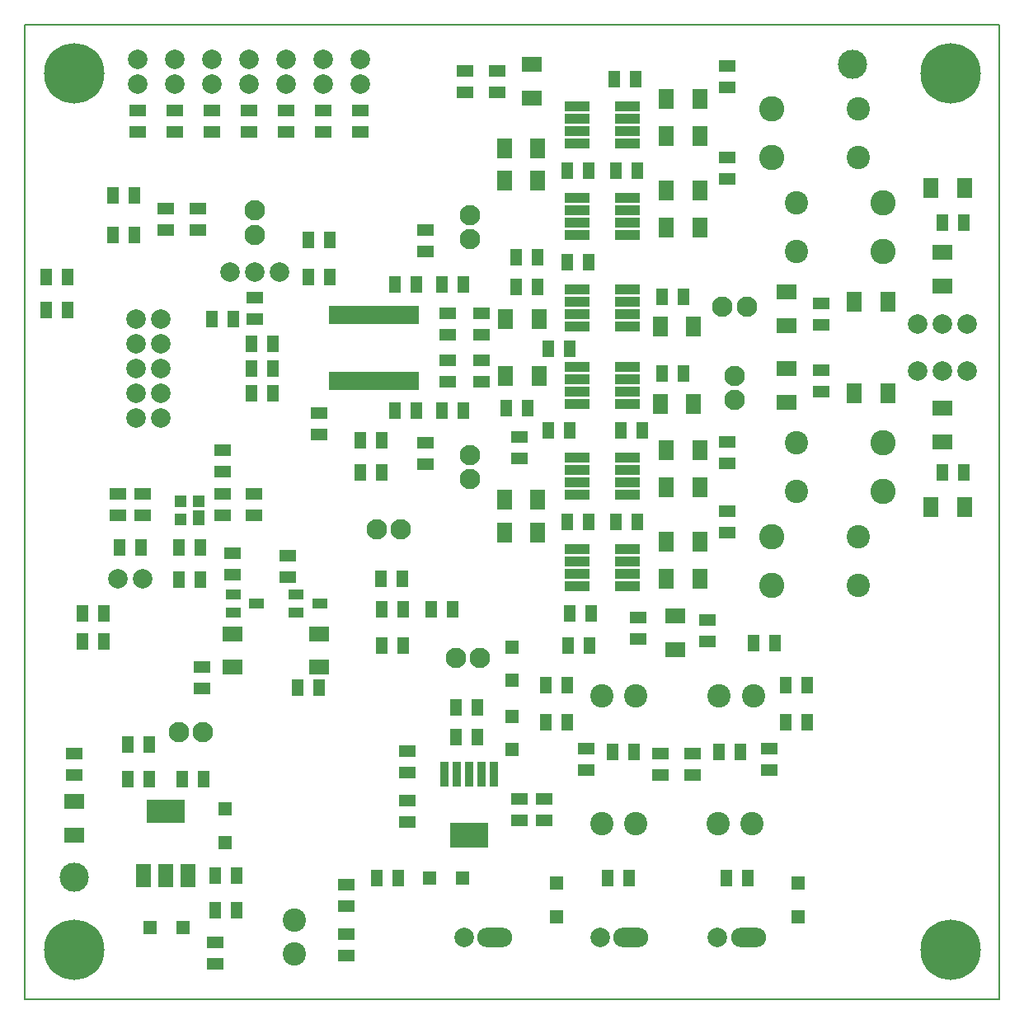
<source format=gts>
G04 #@! TF.FileFunction,Soldermask,Top*
%FSLAX46Y46*%
G04 Gerber Fmt 4.6, Leading zero omitted, Abs format (unit mm)*
G04 Created by KiCad (PCBNEW 4.0.2-stable) date 01/07/2016 11:06:50*
%MOMM*%
G01*
G04 APERTURE LIST*
%ADD10C,0.100000*%
%ADD11C,0.150000*%
%ADD12R,1.500000X2.100000*%
%ADD13C,2.400000*%
%ADD14R,1.700000X1.300000*%
%ADD15R,1.300000X1.700000*%
%ADD16C,2.100000*%
%ADD17R,1.400000X1.400000*%
%ADD18R,2.100000X1.500000*%
%ADD19C,2.000000*%
%ADD20O,3.600000X2.000000*%
%ADD21R,1.600000X1.050000*%
%ADD22R,4.000000X2.600000*%
%ADD23R,0.950000X2.550000*%
%ADD24R,1.300000X1.600000*%
%ADD25R,1.300000X1.200000*%
%ADD26R,0.850000X1.900000*%
%ADD27C,6.200000*%
%ADD28C,3.000000*%
%ADD29R,4.000000X2.400000*%
%ADD30R,1.600000X2.400000*%
%ADD31C,2.600000*%
%ADD32R,2.600000X1.000000*%
G04 APERTURE END LIST*
D10*
D11*
X100000000Y0D02*
X100000000Y100000000D01*
X100000000Y0D02*
X0Y0D01*
X0Y100000000D02*
X100000000Y100000000D01*
X0Y0D02*
X0Y100000000D01*
D12*
X52754000Y69850000D03*
X49354000Y69850000D03*
D13*
X59210000Y18034000D03*
X62710000Y18034000D03*
X71148000Y18034000D03*
X74648000Y18034000D03*
D14*
X33020000Y11768000D03*
X33020000Y9568000D03*
D15*
X59860000Y12446000D03*
X62060000Y12446000D03*
X72052000Y12446000D03*
X74252000Y12446000D03*
D13*
X27685000Y8099500D03*
X27685000Y4599500D03*
D14*
X19557000Y5841500D03*
X19557000Y3641500D03*
D15*
X60368000Y25400000D03*
X62568000Y25400000D03*
X71290000Y25400000D03*
X73490000Y25400000D03*
X19557000Y9143500D03*
X21757000Y9143500D03*
D13*
X59210000Y31115000D03*
X62710000Y31115000D03*
D15*
X19557000Y12699500D03*
X21757000Y12699500D03*
D13*
X71275000Y31115000D03*
X74775000Y31115000D03*
D15*
X57996000Y36322000D03*
X55796000Y36322000D03*
X77046000Y36576000D03*
X74846000Y36576000D03*
X55710000Y32258000D03*
X53510000Y32258000D03*
X80348000Y32258000D03*
X78148000Y32258000D03*
X55710000Y28448000D03*
X53510000Y28448000D03*
X80348000Y28448000D03*
X78148000Y28448000D03*
D14*
X53340000Y20531000D03*
X53340000Y18331000D03*
X50800000Y20531000D03*
X50800000Y18331000D03*
D15*
X12783000Y26145500D03*
X10583000Y26145500D03*
X12783000Y22605500D03*
X10583000Y22605500D03*
X16171000Y22605500D03*
X18371000Y22605500D03*
D16*
X44216000Y35052000D03*
X46716000Y35052000D03*
D15*
X44282000Y29972000D03*
X46482000Y29972000D03*
X44282000Y26860000D03*
X46482000Y26860000D03*
X11260000Y82550000D03*
X9060000Y82550000D03*
D16*
X23622000Y78486000D03*
X23622000Y80986000D03*
D14*
X17780000Y78994000D03*
X17780000Y81194000D03*
D15*
X41699000Y40005000D03*
X43899000Y40005000D03*
D16*
X36088000Y48260000D03*
X38588000Y48260000D03*
D15*
X36576000Y43180000D03*
X38776000Y43180000D03*
D16*
X45720000Y77998000D03*
X45720000Y80498000D03*
D14*
X41148000Y76748000D03*
X41148000Y78948000D03*
D15*
X42842000Y73406000D03*
X45042000Y73406000D03*
X15791000Y43053000D03*
X17991000Y43053000D03*
X15791000Y46355000D03*
X17991000Y46355000D03*
D14*
X12065000Y51900000D03*
X12065000Y49700000D03*
D15*
X42842000Y60452000D03*
X45042000Y60452000D03*
D14*
X20320000Y51900000D03*
X20320000Y49700000D03*
X41148000Y57150000D03*
X41148000Y54950000D03*
D15*
X9695000Y46355000D03*
X11895000Y46355000D03*
D16*
X45720000Y55860000D03*
X45720000Y53360000D03*
D14*
X30225000Y60155000D03*
X30225000Y57955000D03*
D17*
X16255000Y7365500D03*
X12855000Y7365500D03*
X50037000Y25604500D03*
X50037000Y29004500D03*
X20573000Y19479500D03*
X20573000Y16079500D03*
X50038000Y32717000D03*
X50038000Y36117000D03*
D18*
X21285200Y34063200D03*
X21285200Y37463200D03*
X30175200Y34063200D03*
X30175200Y37463200D03*
D15*
X38354000Y12446000D03*
X36154000Y12446000D03*
D14*
X57658000Y23538000D03*
X57658000Y25738000D03*
X76454000Y23538000D03*
X76454000Y25738000D03*
D15*
X9060000Y78486000D03*
X11260000Y78486000D03*
X38819000Y36322000D03*
X36619000Y36322000D03*
D19*
X59055000Y6350000D03*
D20*
X62230000Y6350000D03*
D19*
X71120000Y6350000D03*
D20*
X74295000Y6350000D03*
D19*
X45085000Y6350000D03*
D20*
X48260000Y6350000D03*
D14*
X33020000Y6688000D03*
X33020000Y4488000D03*
X65278000Y25230000D03*
X65278000Y23030000D03*
X68580000Y23030000D03*
X68580000Y25230000D03*
X39243000Y20404000D03*
X39243000Y18204000D03*
X39243000Y25484000D03*
X39243000Y23284000D03*
X34417000Y89070000D03*
X34417000Y91270000D03*
X14478000Y78994000D03*
X14478000Y81194000D03*
X30607000Y89070000D03*
X30607000Y91270000D03*
X26797000Y89070000D03*
X26797000Y91270000D03*
X22987000Y89070000D03*
X22987000Y91270000D03*
X19177000Y89070000D03*
X19177000Y91270000D03*
D15*
X36619000Y40005000D03*
X38819000Y40005000D03*
D14*
X15367000Y89070000D03*
X15367000Y91270000D03*
X11557000Y89070000D03*
X11557000Y91270000D03*
X9525000Y51900000D03*
X9525000Y49700000D03*
X23495000Y49700000D03*
X23495000Y51900000D03*
X20320000Y56345000D03*
X20320000Y54145000D03*
D15*
X19220000Y69850000D03*
X21420000Y69850000D03*
X23284000Y67310000D03*
X25484000Y67310000D03*
X23284000Y64770000D03*
X25484000Y64770000D03*
X23284000Y62230000D03*
X25484000Y62230000D03*
D14*
X21285200Y45753200D03*
X21285200Y43553200D03*
X18185400Y34068700D03*
X18185400Y31868700D03*
X27000200Y45499200D03*
X27000200Y43299200D03*
D15*
X30207400Y31952700D03*
X28007400Y31952700D03*
D21*
X23755200Y40589200D03*
X21355200Y41539200D03*
X21355200Y39639200D03*
X30232200Y40589200D03*
X27832200Y41539200D03*
X27832200Y39639200D03*
D22*
X45593000Y16789400D03*
D23*
X45593000Y23050500D03*
X43053000Y23050500D03*
X48133000Y23050500D03*
X46863000Y23050500D03*
X44323000Y23050500D03*
D24*
X17791000Y49415000D03*
D25*
X17791000Y51115000D03*
X15991000Y51115000D03*
X15991000Y49215000D03*
D26*
X40048000Y70250000D03*
X39398000Y70250000D03*
X38748000Y70250000D03*
X38098000Y70250000D03*
X37448000Y70250000D03*
X36798000Y70250000D03*
X36148000Y70250000D03*
X35498000Y70250000D03*
X34848000Y70250000D03*
X34198000Y70250000D03*
X33548000Y70250000D03*
X32898000Y70250000D03*
X32248000Y70250000D03*
X31598000Y70250000D03*
X31598000Y63500000D03*
X32248000Y63500000D03*
X32898000Y63500000D03*
X33548000Y63500000D03*
X34198000Y63500000D03*
X34848000Y63500000D03*
X35498000Y63500000D03*
X36148000Y63500000D03*
X36798000Y63500000D03*
X37448000Y63500000D03*
X38098000Y63500000D03*
X38748000Y63500000D03*
X39398000Y63500000D03*
X40048000Y63500000D03*
D14*
X23622000Y72050000D03*
X23622000Y69850000D03*
X5079000Y23029500D03*
X5079000Y25229500D03*
D15*
X5885000Y36703000D03*
X8085000Y36703000D03*
X5885000Y39624000D03*
X8085000Y39624000D03*
X4402000Y70739000D03*
X2202000Y70739000D03*
X4402000Y74168000D03*
X2202000Y74168000D03*
D16*
X15767000Y27431500D03*
X18267000Y27431500D03*
D19*
X34417000Y93980000D03*
X34417000Y96520000D03*
X30607000Y93980000D03*
X30607000Y96520000D03*
X26797000Y93980000D03*
X26797000Y96520000D03*
X22987000Y93980000D03*
X22987000Y96520000D03*
X19177000Y93980000D03*
X19177000Y96520000D03*
X15367000Y93980000D03*
X15367000Y96520000D03*
X11557000Y93980000D03*
X11557000Y96520000D03*
X9525000Y43180000D03*
X12065000Y43180000D03*
X11430000Y69850000D03*
X13970000Y69850000D03*
X11430000Y67310000D03*
X13970000Y67310000D03*
X11430000Y64770000D03*
X13970000Y64770000D03*
X11430000Y62230000D03*
X13970000Y62230000D03*
X11430000Y59690000D03*
X13970000Y59690000D03*
X26162000Y74676000D03*
X21082000Y74676000D03*
X23622000Y74676000D03*
D27*
X5000000Y5000000D03*
X95000000Y5000000D03*
X5000000Y95000000D03*
X95000000Y95000000D03*
D28*
X5000000Y12500000D03*
X85000000Y96000000D03*
D29*
X14477000Y19303500D03*
D30*
X14477000Y12699500D03*
X16763000Y12699500D03*
X12191000Y12699500D03*
D17*
X41558000Y12446000D03*
X44958000Y12446000D03*
X54610000Y11860000D03*
X54610000Y8460000D03*
X79375000Y8460000D03*
X79375000Y11860000D03*
D18*
X5080000Y20242000D03*
X5080000Y16842000D03*
D15*
X57912000Y75692000D03*
X55712000Y75692000D03*
D18*
X66802000Y35892000D03*
X66802000Y39292000D03*
D15*
X62906000Y85090000D03*
X60706000Y85090000D03*
D14*
X70104000Y36746000D03*
X70104000Y38946000D03*
X62992000Y37000000D03*
X62992000Y39200000D03*
D15*
X57912000Y85090000D03*
X55712000Y85090000D03*
X62695000Y94488000D03*
X60495000Y94488000D03*
D14*
X81788000Y71458000D03*
X81788000Y69258000D03*
X81788000Y62400000D03*
X81788000Y64600000D03*
D15*
X57912000Y49022000D03*
X55712000Y49022000D03*
X63414000Y58420000D03*
X61214000Y58420000D03*
D14*
X72136000Y84244000D03*
X72136000Y86444000D03*
X72136000Y57234000D03*
X72136000Y55034000D03*
D13*
X79248000Y81748000D03*
X79248000Y76748000D03*
D31*
X88138000Y76748000D03*
X88138000Y81748000D03*
X76708000Y86400000D03*
X76708000Y91400000D03*
D13*
X85598000Y91400000D03*
X85598000Y86400000D03*
X79248000Y52110000D03*
X79248000Y57110000D03*
D31*
X88138000Y57110000D03*
X88138000Y52110000D03*
X76708000Y47458000D03*
X76708000Y42458000D03*
D13*
X85598000Y42458000D03*
X85598000Y47458000D03*
D15*
X58123000Y39624000D03*
X55923000Y39624000D03*
D14*
X72136000Y93642000D03*
X72136000Y95842000D03*
X72136000Y47922000D03*
X72136000Y50122000D03*
D15*
X62906000Y49022000D03*
X60706000Y49022000D03*
X40216000Y73406000D03*
X38016000Y73406000D03*
X40216000Y60452000D03*
X38016000Y60452000D03*
X52662000Y76200000D03*
X50462000Y76200000D03*
D14*
X50800000Y57742000D03*
X50800000Y55542000D03*
D15*
X52662000Y73152000D03*
X50462000Y73152000D03*
X51646000Y60706000D03*
X49446000Y60706000D03*
X65448000Y72136000D03*
X67648000Y72136000D03*
X65448000Y64262000D03*
X67648000Y64262000D03*
X53764000Y66802000D03*
X55964000Y66802000D03*
X53764000Y58420000D03*
X55964000Y58420000D03*
D18*
X52070000Y92534000D03*
X52070000Y95934000D03*
D14*
X48514000Y93134000D03*
X48514000Y95334000D03*
X45212000Y93134000D03*
X45212000Y95334000D03*
D16*
X71628000Y71100000D03*
X74128000Y71100000D03*
X72898000Y61488000D03*
X72898000Y63988000D03*
D12*
X85168000Y71628000D03*
X88568000Y71628000D03*
D18*
X94234000Y76630000D03*
X94234000Y73230000D03*
D12*
X85168000Y62230000D03*
X88568000Y62230000D03*
D18*
X94234000Y57228000D03*
X94234000Y60628000D03*
X78232000Y69166000D03*
X78232000Y72566000D03*
D12*
X96442000Y83312000D03*
X93042000Y83312000D03*
D18*
X78232000Y64692000D03*
X78232000Y61292000D03*
D12*
X96442000Y50546000D03*
X93042000Y50546000D03*
X69264000Y79248000D03*
X65864000Y79248000D03*
X65864000Y88646000D03*
X69264000Y88646000D03*
X69264000Y52578000D03*
X65864000Y52578000D03*
X65864000Y43180000D03*
X69264000Y43180000D03*
X69264000Y83058000D03*
X65864000Y83058000D03*
X69264000Y56388000D03*
X65864000Y56388000D03*
X65864000Y46990000D03*
X69264000Y46990000D03*
X49227000Y84074000D03*
X52627000Y84074000D03*
X49227000Y87376000D03*
X52627000Y87376000D03*
X49227000Y51308000D03*
X52627000Y51308000D03*
X49227000Y47879000D03*
X52627000Y47879000D03*
X52754000Y64008000D03*
X49354000Y64008000D03*
X68629000Y69088000D03*
X65229000Y69088000D03*
X68629000Y61087000D03*
X65229000Y61087000D03*
D19*
X96774000Y69342000D03*
X91694000Y69342000D03*
X94234000Y69342000D03*
X96774000Y64516000D03*
X91694000Y64516000D03*
X94234000Y64516000D03*
D15*
X29126000Y77978000D03*
X31326000Y77978000D03*
X29126000Y74168000D03*
X31326000Y74168000D03*
D14*
X46863000Y68242000D03*
X46863000Y70442000D03*
D15*
X34460000Y54102000D03*
X36660000Y54102000D03*
D14*
X43434000Y68242000D03*
X43434000Y70442000D03*
D15*
X34460000Y57404000D03*
X36660000Y57404000D03*
D14*
X46863000Y65616000D03*
X46863000Y63416000D03*
X43434000Y65616000D03*
X43434000Y63416000D03*
D15*
X94234000Y79756000D03*
X96434000Y79756000D03*
X94234000Y54102000D03*
X96434000Y54102000D03*
D12*
X65864000Y92456000D03*
X69264000Y92456000D03*
D32*
X56649000Y64897000D03*
X56649000Y63627000D03*
X56649000Y62357000D03*
X56649000Y61087000D03*
X61849000Y61087000D03*
X61849000Y62357000D03*
X61849000Y63627000D03*
X61849000Y64897000D03*
X56649000Y72898000D03*
X56649000Y71628000D03*
X56649000Y70358000D03*
X56649000Y69088000D03*
X61849000Y69088000D03*
X61849000Y70358000D03*
X61849000Y71628000D03*
X61849000Y72898000D03*
X61849000Y42418000D03*
X61849000Y43688000D03*
X61849000Y44958000D03*
X61849000Y46228000D03*
X56649000Y46228000D03*
X56649000Y44958000D03*
X56649000Y43688000D03*
X56649000Y42418000D03*
X61849000Y51816000D03*
X61849000Y53086000D03*
X61849000Y54356000D03*
X61849000Y55626000D03*
X56649000Y55626000D03*
X56649000Y54356000D03*
X56649000Y53086000D03*
X56649000Y51816000D03*
X61849000Y78486000D03*
X61849000Y79756000D03*
X61849000Y81026000D03*
X61849000Y82296000D03*
X56649000Y82296000D03*
X56649000Y81026000D03*
X56649000Y79756000D03*
X56649000Y78486000D03*
X61849000Y87884000D03*
X61849000Y89154000D03*
X61849000Y90424000D03*
X61849000Y91694000D03*
X56649000Y91694000D03*
X56649000Y90424000D03*
X56649000Y89154000D03*
X56649000Y87884000D03*
M02*

</source>
